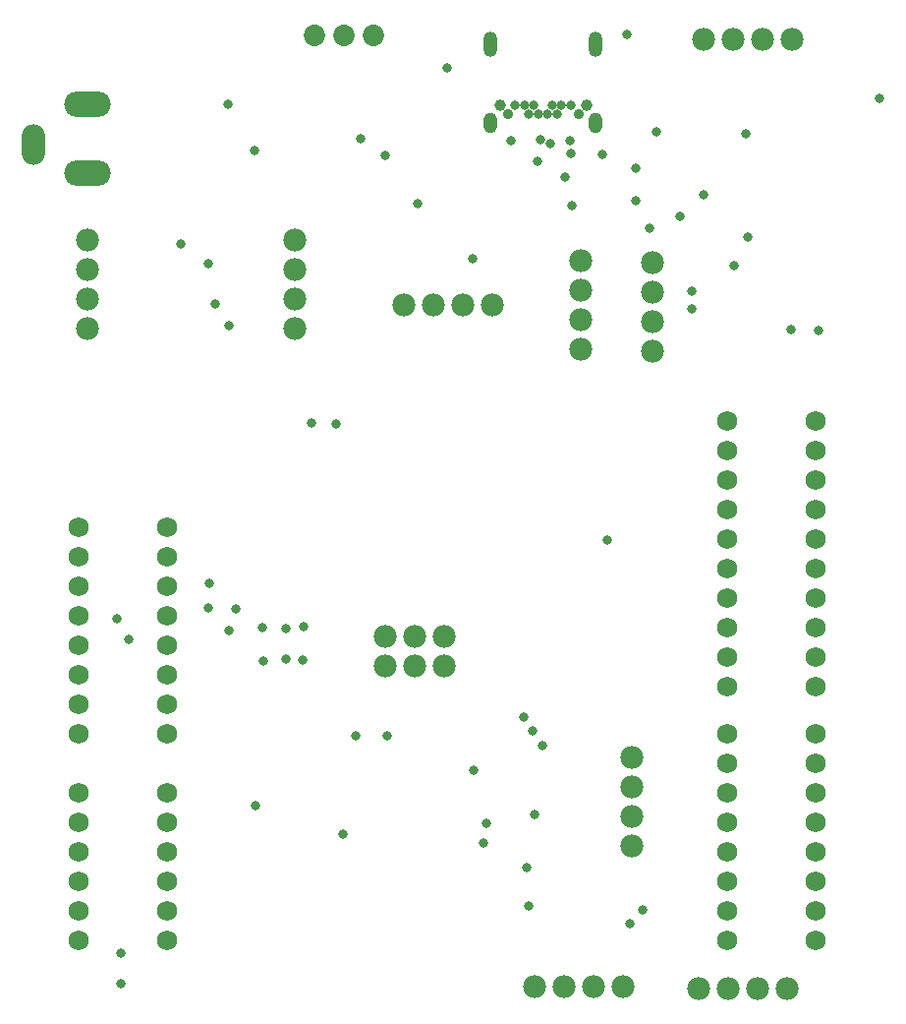
<source format=gbs>
G04*
G04 #@! TF.GenerationSoftware,Altium Limited,Altium Designer,22.3.1 (43)*
G04*
G04 Layer_Color=16711935*
%FSLAX25Y25*%
%MOIN*%
G70*
G04*
G04 #@! TF.SameCoordinates,BE9DF307-5FBB-4082-8082-0A4452DDA755*
G04*
G04*
G04 #@! TF.FilePolarity,Negative*
G04*
G01*
G75*
%ADD53C,0.07800*%
%ADD54O,0.04737X0.08674*%
%ADD55O,0.04737X0.07099*%
%ADD56C,0.03162*%
%ADD57C,0.03556*%
%ADD58C,0.03950*%
%ADD59C,0.06800*%
%ADD60C,0.07296*%
%ADD61O,0.15761X0.08674*%
%ADD62O,0.07887X0.13792*%
%ADD63C,0.03300*%
D53*
X210558Y73777D02*
D03*
Y63777D02*
D03*
Y93777D02*
D03*
Y83777D02*
D03*
X153113Y247018D02*
D03*
X163113D02*
D03*
X133113D02*
D03*
X143113D02*
D03*
X25612Y259031D02*
D03*
Y269031D02*
D03*
Y239031D02*
D03*
Y249031D02*
D03*
X95989Y259090D02*
D03*
Y269090D02*
D03*
Y239090D02*
D03*
Y249090D02*
D03*
X253086Y15642D02*
D03*
X263086D02*
D03*
X233086D02*
D03*
X243086D02*
D03*
X217383Y241574D02*
D03*
Y231574D02*
D03*
Y261574D02*
D03*
Y251574D02*
D03*
X193171Y242212D02*
D03*
Y232212D02*
D03*
Y262212D02*
D03*
Y252212D02*
D03*
X187271Y16002D02*
D03*
X177271D02*
D03*
X207271D02*
D03*
X197271D02*
D03*
X244769Y337300D02*
D03*
X234769D02*
D03*
X264769D02*
D03*
X254769D02*
D03*
X126906Y124917D02*
D03*
Y134916D02*
D03*
X136906Y124917D02*
D03*
Y134916D02*
D03*
X146906Y124917D02*
D03*
Y134916D02*
D03*
D54*
X198002Y335529D02*
D03*
X162568D02*
D03*
D55*
X198002Y308757D02*
D03*
X162569D02*
D03*
D56*
X181861Y311906D02*
D03*
X178711D02*
D03*
X185010D02*
D03*
X175562D02*
D03*
X183436Y314662D02*
D03*
X177136D02*
D03*
X186585D02*
D03*
X173987D02*
D03*
X189735D02*
D03*
X170837D02*
D03*
D57*
X168278Y311906D02*
D03*
X192294D02*
D03*
D58*
X165621Y314662D02*
D03*
X194951D02*
D03*
D59*
X272635Y207718D02*
D03*
Y197718D02*
D03*
Y187718D02*
D03*
Y177718D02*
D03*
Y167718D02*
D03*
Y157718D02*
D03*
Y147718D02*
D03*
Y137718D02*
D03*
Y127718D02*
D03*
Y117718D02*
D03*
X242635Y207718D02*
D03*
Y197718D02*
D03*
Y187718D02*
D03*
Y177718D02*
D03*
Y167718D02*
D03*
Y157718D02*
D03*
Y147718D02*
D03*
Y137718D02*
D03*
Y127718D02*
D03*
Y117718D02*
D03*
X272635Y101718D02*
D03*
Y91718D02*
D03*
Y81718D02*
D03*
Y71718D02*
D03*
Y61718D02*
D03*
Y51718D02*
D03*
Y41718D02*
D03*
Y31718D02*
D03*
X52635Y171718D02*
D03*
Y161718D02*
D03*
Y151718D02*
D03*
Y141718D02*
D03*
Y131718D02*
D03*
Y121718D02*
D03*
Y111718D02*
D03*
Y101718D02*
D03*
X22635Y171718D02*
D03*
Y161718D02*
D03*
Y151718D02*
D03*
Y141718D02*
D03*
Y131718D02*
D03*
Y121718D02*
D03*
Y111718D02*
D03*
Y101718D02*
D03*
Y81718D02*
D03*
Y71718D02*
D03*
Y61718D02*
D03*
Y51718D02*
D03*
Y41718D02*
D03*
Y31718D02*
D03*
X52635Y81718D02*
D03*
Y71718D02*
D03*
Y61718D02*
D03*
Y51718D02*
D03*
Y41718D02*
D03*
Y31718D02*
D03*
X242635D02*
D03*
Y41718D02*
D03*
Y51718D02*
D03*
Y61718D02*
D03*
Y71718D02*
D03*
Y81718D02*
D03*
Y91718D02*
D03*
Y101718D02*
D03*
D60*
X122763Y338520D02*
D03*
X112763D02*
D03*
X102763D02*
D03*
D61*
X25661Y291690D02*
D03*
Y315312D02*
D03*
D62*
X7354Y301533D02*
D03*
D63*
X178541Y295877D02*
D03*
X189678Y298631D02*
D03*
X189567Y302855D02*
D03*
X179301Y303027D02*
D03*
X182637Y301968D02*
D03*
X230753Y245923D02*
D03*
X230778Y251745D02*
D03*
X176779Y102963D02*
D03*
X218598Y305923D02*
D03*
X200404Y297984D02*
D03*
X273877Y238543D02*
D03*
X264267Y238661D02*
D03*
X110186Y206809D02*
D03*
X101760Y207262D02*
D03*
X69156Y247386D02*
D03*
X73758Y240191D02*
D03*
X209720Y37357D02*
D03*
X214151Y42096D02*
D03*
X211644Y293607D02*
D03*
X216279Y273001D02*
D03*
X211789Y282345D02*
D03*
X190093Y280684D02*
D03*
X187673Y290492D02*
D03*
X208717Y338752D02*
D03*
X156504Y262816D02*
D03*
X169391Y302873D02*
D03*
X202087Y167351D02*
D03*
X127540Y101234D02*
D03*
X116683Y101096D02*
D03*
X66755Y144368D02*
D03*
X67196Y152749D02*
D03*
X76116Y144074D02*
D03*
X73708Y136866D02*
D03*
X52635Y141718D02*
D03*
X85200Y137733D02*
D03*
X175275Y43346D02*
D03*
X174693Y56527D02*
D03*
X36943Y17037D02*
D03*
X37046Y27384D02*
D03*
X160190Y64783D02*
D03*
X161075Y71383D02*
D03*
X242635Y207718D02*
D03*
X85351Y126382D02*
D03*
X242635Y187718D02*
D03*
X98957Y138090D02*
D03*
X98663Y126820D02*
D03*
X242635Y197718D02*
D03*
X93250Y137598D02*
D03*
Y126991D02*
D03*
X39884Y133798D02*
D03*
X35787Y140651D02*
D03*
X112299Y67737D02*
D03*
X173766Y107452D02*
D03*
X156782Y89351D02*
D03*
X179973Y97753D02*
D03*
X177496Y74565D02*
D03*
X82886Y77552D02*
D03*
X249759Y270218D02*
D03*
X226822Y277240D02*
D03*
X244973Y260512D02*
D03*
X234687Y284352D02*
D03*
X249185Y305114D02*
D03*
X294527Y316982D02*
D03*
X147616Y327463D02*
D03*
X57524Y267949D02*
D03*
X66735Y261237D02*
D03*
X82446Y299562D02*
D03*
X137899Y281632D02*
D03*
X126811Y297894D02*
D03*
X118434Y303561D02*
D03*
X73546Y315243D02*
D03*
M02*

</source>
